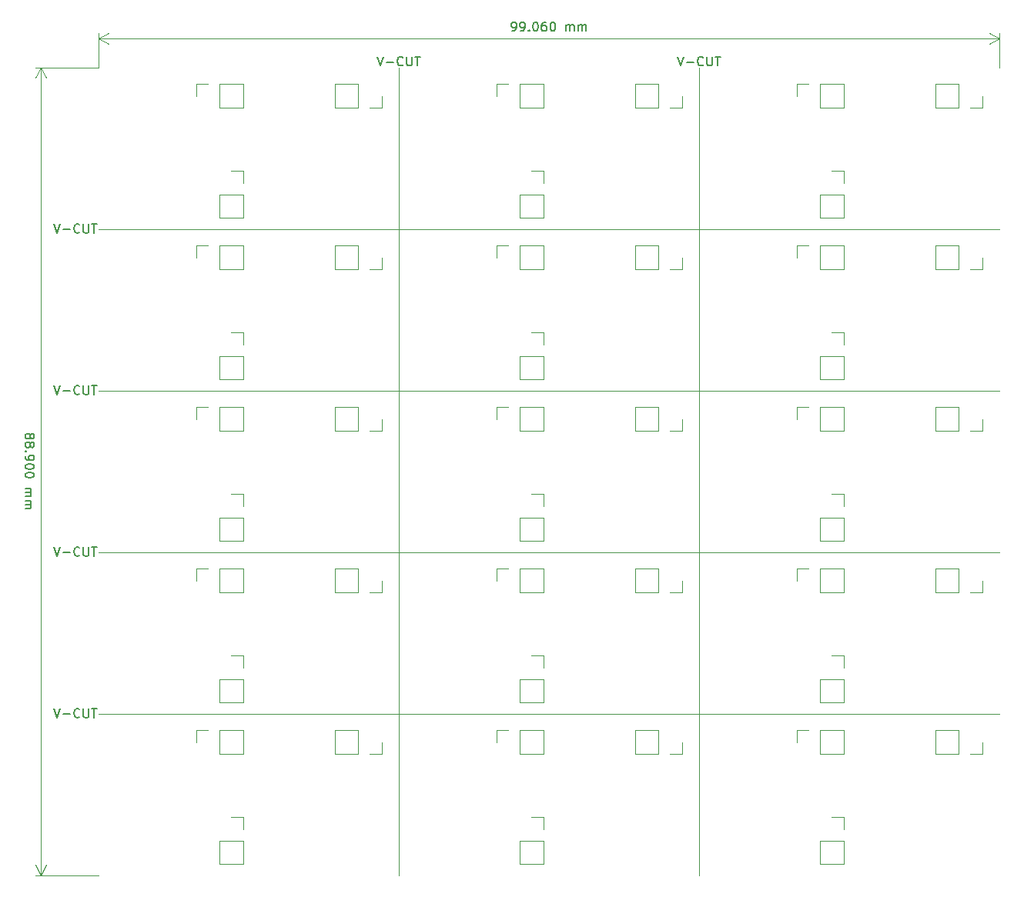
<source format=gbo>
G04 #@! TF.GenerationSoftware,KiCad,Pcbnew,(5.1.6)-1*
G04 #@! TF.CreationDate,2020-06-25T08:21:51+09:00*
G04 #@! TF.ProjectId,XOR___,584f5262-d851-42e6-9b69-6361645f7063,rev?*
G04 #@! TF.SameCoordinates,Original*
G04 #@! TF.FileFunction,Legend,Bot*
G04 #@! TF.FilePolarity,Positive*
%FSLAX46Y46*%
G04 Gerber Fmt 4.6, Leading zero omitted, Abs format (unit mm)*
G04 Created by KiCad (PCBNEW (5.1.6)-1) date 2020-06-25 08:21:51*
%MOMM*%
%LPD*%
G01*
G04 APERTURE LIST*
%ADD10C,0.150000*%
%ADD11C,0.120000*%
G04 APERTURE END LIST*
D10*
X35044048Y-74152619D02*
X35091667Y-74057380D01*
X35139286Y-74009761D01*
X35234524Y-73962142D01*
X35282143Y-73962142D01*
X35377381Y-74009761D01*
X35425001Y-74057380D01*
X35472620Y-74152619D01*
X35472620Y-74343095D01*
X35425001Y-74438333D01*
X35377381Y-74485952D01*
X35282143Y-74533571D01*
X35234524Y-74533571D01*
X35139286Y-74485952D01*
X35091667Y-74438333D01*
X35044048Y-74343095D01*
X35044048Y-74152619D01*
X34996429Y-74057380D01*
X34948810Y-74009761D01*
X34853572Y-73962142D01*
X34663096Y-73962142D01*
X34567858Y-74009761D01*
X34520239Y-74057380D01*
X34472620Y-74152619D01*
X34472620Y-74343095D01*
X34520239Y-74438333D01*
X34567858Y-74485952D01*
X34663096Y-74533571D01*
X34853572Y-74533571D01*
X34948810Y-74485952D01*
X34996429Y-74438333D01*
X35044048Y-74343095D01*
X35044048Y-75105000D02*
X35091667Y-75009761D01*
X35139286Y-74962142D01*
X35234524Y-74914523D01*
X35282143Y-74914523D01*
X35377381Y-74962142D01*
X35425001Y-75009761D01*
X35472620Y-75105000D01*
X35472620Y-75295476D01*
X35425001Y-75390714D01*
X35377381Y-75438333D01*
X35282143Y-75485952D01*
X35234524Y-75485952D01*
X35139286Y-75438333D01*
X35091667Y-75390714D01*
X35044048Y-75295476D01*
X35044048Y-75105000D01*
X34996429Y-75009761D01*
X34948810Y-74962142D01*
X34853572Y-74914523D01*
X34663096Y-74914523D01*
X34567858Y-74962142D01*
X34520239Y-75009761D01*
X34472620Y-75105000D01*
X34472620Y-75295476D01*
X34520239Y-75390714D01*
X34567858Y-75438333D01*
X34663096Y-75485952D01*
X34853572Y-75485952D01*
X34948810Y-75438333D01*
X34996429Y-75390714D01*
X35044048Y-75295476D01*
X34567858Y-75914523D02*
X34520239Y-75962142D01*
X34472620Y-75914523D01*
X34520239Y-75866904D01*
X34567858Y-75914523D01*
X34472620Y-75914523D01*
X34472620Y-76438333D02*
X34472620Y-76628809D01*
X34520239Y-76724047D01*
X34567858Y-76771666D01*
X34710715Y-76866904D01*
X34901191Y-76914523D01*
X35282143Y-76914523D01*
X35377381Y-76866904D01*
X35425001Y-76819285D01*
X35472620Y-76724047D01*
X35472620Y-76533571D01*
X35425001Y-76438333D01*
X35377381Y-76390714D01*
X35282143Y-76343095D01*
X35044048Y-76343095D01*
X34948810Y-76390714D01*
X34901191Y-76438333D01*
X34853572Y-76533571D01*
X34853572Y-76724047D01*
X34901191Y-76819285D01*
X34948810Y-76866904D01*
X35044048Y-76914523D01*
X35472620Y-77533571D02*
X35472620Y-77628809D01*
X35425001Y-77724047D01*
X35377381Y-77771666D01*
X35282143Y-77819285D01*
X35091667Y-77866904D01*
X34853572Y-77866904D01*
X34663096Y-77819285D01*
X34567858Y-77771666D01*
X34520239Y-77724047D01*
X34472620Y-77628809D01*
X34472620Y-77533571D01*
X34520239Y-77438333D01*
X34567858Y-77390714D01*
X34663096Y-77343095D01*
X34853572Y-77295476D01*
X35091667Y-77295476D01*
X35282143Y-77343095D01*
X35377381Y-77390714D01*
X35425001Y-77438333D01*
X35472620Y-77533571D01*
X35472620Y-78485952D02*
X35472620Y-78581190D01*
X35425001Y-78676428D01*
X35377381Y-78724047D01*
X35282143Y-78771666D01*
X35091667Y-78819285D01*
X34853572Y-78819285D01*
X34663096Y-78771666D01*
X34567858Y-78724047D01*
X34520239Y-78676428D01*
X34472620Y-78581190D01*
X34472620Y-78485952D01*
X34520239Y-78390714D01*
X34567858Y-78343095D01*
X34663096Y-78295476D01*
X34853572Y-78247857D01*
X35091667Y-78247857D01*
X35282143Y-78295476D01*
X35377381Y-78343095D01*
X35425001Y-78390714D01*
X35472620Y-78485952D01*
X34472620Y-80009761D02*
X35139286Y-80009761D01*
X35044048Y-80009761D02*
X35091667Y-80057380D01*
X35139286Y-80152619D01*
X35139286Y-80295476D01*
X35091667Y-80390714D01*
X34996429Y-80438333D01*
X34472620Y-80438333D01*
X34996429Y-80438333D02*
X35091667Y-80485952D01*
X35139286Y-80581190D01*
X35139286Y-80724047D01*
X35091667Y-80819285D01*
X34996429Y-80866904D01*
X34472620Y-80866904D01*
X34472620Y-81343095D02*
X35139286Y-81343095D01*
X35044048Y-81343095D02*
X35091667Y-81390714D01*
X35139286Y-81485952D01*
X35139286Y-81628809D01*
X35091667Y-81724047D01*
X34996429Y-81771666D01*
X34472620Y-81771666D01*
X34996429Y-81771666D02*
X35091667Y-81819285D01*
X35139286Y-81914523D01*
X35139286Y-82057380D01*
X35091667Y-82152619D01*
X34996429Y-82200238D01*
X34472620Y-82200238D01*
D11*
X36195001Y-33655000D02*
X36195001Y-122555000D01*
X42545000Y-33655000D02*
X35608580Y-33655000D01*
X42545000Y-122555000D02*
X35608580Y-122555000D01*
X36195001Y-122555000D02*
X35608580Y-121428496D01*
X36195001Y-122555000D02*
X36781422Y-121428496D01*
X36195001Y-33655000D02*
X35608580Y-34781504D01*
X36195001Y-33655000D02*
X36781422Y-34781504D01*
D10*
X88027380Y-29662380D02*
X88217857Y-29662380D01*
X88313095Y-29614761D01*
X88360714Y-29567142D01*
X88455952Y-29424285D01*
X88503571Y-29233809D01*
X88503571Y-28852857D01*
X88455952Y-28757619D01*
X88408333Y-28710000D01*
X88313095Y-28662380D01*
X88122619Y-28662380D01*
X88027380Y-28710000D01*
X87979761Y-28757619D01*
X87932142Y-28852857D01*
X87932142Y-29090952D01*
X87979761Y-29186190D01*
X88027380Y-29233809D01*
X88122619Y-29281428D01*
X88313095Y-29281428D01*
X88408333Y-29233809D01*
X88455952Y-29186190D01*
X88503571Y-29090952D01*
X88979761Y-29662380D02*
X89170238Y-29662380D01*
X89265476Y-29614761D01*
X89313095Y-29567142D01*
X89408333Y-29424285D01*
X89455952Y-29233809D01*
X89455952Y-28852857D01*
X89408333Y-28757619D01*
X89360714Y-28710000D01*
X89265476Y-28662380D01*
X89075000Y-28662380D01*
X88979761Y-28710000D01*
X88932142Y-28757619D01*
X88884523Y-28852857D01*
X88884523Y-29090952D01*
X88932142Y-29186190D01*
X88979761Y-29233809D01*
X89075000Y-29281428D01*
X89265476Y-29281428D01*
X89360714Y-29233809D01*
X89408333Y-29186190D01*
X89455952Y-29090952D01*
X89884523Y-29567142D02*
X89932142Y-29614761D01*
X89884523Y-29662380D01*
X89836904Y-29614761D01*
X89884523Y-29567142D01*
X89884523Y-29662380D01*
X90551190Y-28662380D02*
X90646428Y-28662380D01*
X90741666Y-28710000D01*
X90789285Y-28757619D01*
X90836904Y-28852857D01*
X90884523Y-29043333D01*
X90884523Y-29281428D01*
X90836904Y-29471904D01*
X90789285Y-29567142D01*
X90741666Y-29614761D01*
X90646428Y-29662380D01*
X90551190Y-29662380D01*
X90455952Y-29614761D01*
X90408333Y-29567142D01*
X90360714Y-29471904D01*
X90313095Y-29281428D01*
X90313095Y-29043333D01*
X90360714Y-28852857D01*
X90408333Y-28757619D01*
X90455952Y-28710000D01*
X90551190Y-28662380D01*
X91741666Y-28662380D02*
X91551190Y-28662380D01*
X91455952Y-28710000D01*
X91408333Y-28757619D01*
X91313095Y-28900476D01*
X91265476Y-29090952D01*
X91265476Y-29471904D01*
X91313095Y-29567142D01*
X91360714Y-29614761D01*
X91455952Y-29662380D01*
X91646428Y-29662380D01*
X91741666Y-29614761D01*
X91789285Y-29567142D01*
X91836904Y-29471904D01*
X91836904Y-29233809D01*
X91789285Y-29138571D01*
X91741666Y-29090952D01*
X91646428Y-29043333D01*
X91455952Y-29043333D01*
X91360714Y-29090952D01*
X91313095Y-29138571D01*
X91265476Y-29233809D01*
X92455952Y-28662380D02*
X92551190Y-28662380D01*
X92646428Y-28710000D01*
X92694047Y-28757619D01*
X92741666Y-28852857D01*
X92789285Y-29043333D01*
X92789285Y-29281428D01*
X92741666Y-29471904D01*
X92694047Y-29567142D01*
X92646428Y-29614761D01*
X92551190Y-29662380D01*
X92455952Y-29662380D01*
X92360714Y-29614761D01*
X92313095Y-29567142D01*
X92265476Y-29471904D01*
X92217857Y-29281428D01*
X92217857Y-29043333D01*
X92265476Y-28852857D01*
X92313095Y-28757619D01*
X92360714Y-28710000D01*
X92455952Y-28662380D01*
X93979761Y-29662380D02*
X93979761Y-28995714D01*
X93979761Y-29090952D02*
X94027380Y-29043333D01*
X94122619Y-28995714D01*
X94265476Y-28995714D01*
X94360714Y-29043333D01*
X94408333Y-29138571D01*
X94408333Y-29662380D01*
X94408333Y-29138571D02*
X94455952Y-29043333D01*
X94551190Y-28995714D01*
X94694047Y-28995714D01*
X94789285Y-29043333D01*
X94836904Y-29138571D01*
X94836904Y-29662380D01*
X95313095Y-29662380D02*
X95313095Y-28995714D01*
X95313095Y-29090952D02*
X95360714Y-29043333D01*
X95455952Y-28995714D01*
X95598809Y-28995714D01*
X95694047Y-29043333D01*
X95741666Y-29138571D01*
X95741666Y-29662380D01*
X95741666Y-29138571D02*
X95789285Y-29043333D01*
X95884523Y-28995714D01*
X96027380Y-28995714D01*
X96122619Y-29043333D01*
X96170238Y-29138571D01*
X96170238Y-29662380D01*
D11*
X42545000Y-30480000D02*
X141605000Y-30480000D01*
X42545000Y-33655000D02*
X42545000Y-29893579D01*
X141605000Y-33655000D02*
X141605000Y-29893579D01*
X141605000Y-30480000D02*
X140478496Y-31066421D01*
X141605000Y-30480000D02*
X140478496Y-29893579D01*
X42545000Y-30480000D02*
X43671504Y-31066421D01*
X42545000Y-30480000D02*
X43671504Y-29893579D01*
D10*
X37647857Y-104227380D02*
X37981190Y-105227380D01*
X38314523Y-104227380D01*
X38647857Y-104846428D02*
X39409761Y-104846428D01*
X40457380Y-105132142D02*
X40409761Y-105179761D01*
X40266904Y-105227380D01*
X40171666Y-105227380D01*
X40028809Y-105179761D01*
X39933571Y-105084523D01*
X39885952Y-104989285D01*
X39838333Y-104798809D01*
X39838333Y-104655952D01*
X39885952Y-104465476D01*
X39933571Y-104370238D01*
X40028809Y-104275000D01*
X40171666Y-104227380D01*
X40266904Y-104227380D01*
X40409761Y-104275000D01*
X40457380Y-104322619D01*
X40885952Y-104227380D02*
X40885952Y-105036904D01*
X40933571Y-105132142D01*
X40981190Y-105179761D01*
X41076428Y-105227380D01*
X41266904Y-105227380D01*
X41362142Y-105179761D01*
X41409761Y-105132142D01*
X41457380Y-105036904D01*
X41457380Y-104227380D01*
X41790714Y-104227380D02*
X42362142Y-104227380D01*
X42076428Y-105227380D02*
X42076428Y-104227380D01*
X37647857Y-86447380D02*
X37981190Y-87447380D01*
X38314523Y-86447380D01*
X38647857Y-87066428D02*
X39409761Y-87066428D01*
X40457380Y-87352142D02*
X40409761Y-87399761D01*
X40266904Y-87447380D01*
X40171666Y-87447380D01*
X40028809Y-87399761D01*
X39933571Y-87304523D01*
X39885952Y-87209285D01*
X39838333Y-87018809D01*
X39838333Y-86875952D01*
X39885952Y-86685476D01*
X39933571Y-86590238D01*
X40028809Y-86495000D01*
X40171666Y-86447380D01*
X40266904Y-86447380D01*
X40409761Y-86495000D01*
X40457380Y-86542619D01*
X40885952Y-86447380D02*
X40885952Y-87256904D01*
X40933571Y-87352142D01*
X40981190Y-87399761D01*
X41076428Y-87447380D01*
X41266904Y-87447380D01*
X41362142Y-87399761D01*
X41409761Y-87352142D01*
X41457380Y-87256904D01*
X41457380Y-86447380D01*
X41790714Y-86447380D02*
X42362142Y-86447380D01*
X42076428Y-87447380D02*
X42076428Y-86447380D01*
X37647857Y-68667380D02*
X37981190Y-69667380D01*
X38314523Y-68667380D01*
X38647857Y-69286428D02*
X39409761Y-69286428D01*
X40457380Y-69572142D02*
X40409761Y-69619761D01*
X40266904Y-69667380D01*
X40171666Y-69667380D01*
X40028809Y-69619761D01*
X39933571Y-69524523D01*
X39885952Y-69429285D01*
X39838333Y-69238809D01*
X39838333Y-69095952D01*
X39885952Y-68905476D01*
X39933571Y-68810238D01*
X40028809Y-68715000D01*
X40171666Y-68667380D01*
X40266904Y-68667380D01*
X40409761Y-68715000D01*
X40457380Y-68762619D01*
X40885952Y-68667380D02*
X40885952Y-69476904D01*
X40933571Y-69572142D01*
X40981190Y-69619761D01*
X41076428Y-69667380D01*
X41266904Y-69667380D01*
X41362142Y-69619761D01*
X41409761Y-69572142D01*
X41457380Y-69476904D01*
X41457380Y-68667380D01*
X41790714Y-68667380D02*
X42362142Y-68667380D01*
X42076428Y-69667380D02*
X42076428Y-68667380D01*
X37647857Y-50887380D02*
X37981190Y-51887380D01*
X38314523Y-50887380D01*
X38647857Y-51506428D02*
X39409761Y-51506428D01*
X40457380Y-51792142D02*
X40409761Y-51839761D01*
X40266904Y-51887380D01*
X40171666Y-51887380D01*
X40028809Y-51839761D01*
X39933571Y-51744523D01*
X39885952Y-51649285D01*
X39838333Y-51458809D01*
X39838333Y-51315952D01*
X39885952Y-51125476D01*
X39933571Y-51030238D01*
X40028809Y-50935000D01*
X40171666Y-50887380D01*
X40266904Y-50887380D01*
X40409761Y-50935000D01*
X40457380Y-50982619D01*
X40885952Y-50887380D02*
X40885952Y-51696904D01*
X40933571Y-51792142D01*
X40981190Y-51839761D01*
X41076428Y-51887380D01*
X41266904Y-51887380D01*
X41362142Y-51839761D01*
X41409761Y-51792142D01*
X41457380Y-51696904D01*
X41457380Y-50887380D01*
X41790714Y-50887380D02*
X42362142Y-50887380D01*
X42076428Y-51887380D02*
X42076428Y-50887380D01*
X106227857Y-32472380D02*
X106561190Y-33472380D01*
X106894523Y-32472380D01*
X107227857Y-33091428D02*
X107989761Y-33091428D01*
X109037380Y-33377142D02*
X108989761Y-33424761D01*
X108846904Y-33472380D01*
X108751666Y-33472380D01*
X108608809Y-33424761D01*
X108513571Y-33329523D01*
X108465952Y-33234285D01*
X108418333Y-33043809D01*
X108418333Y-32900952D01*
X108465952Y-32710476D01*
X108513571Y-32615238D01*
X108608809Y-32520000D01*
X108751666Y-32472380D01*
X108846904Y-32472380D01*
X108989761Y-32520000D01*
X109037380Y-32567619D01*
X109465952Y-32472380D02*
X109465952Y-33281904D01*
X109513571Y-33377142D01*
X109561190Y-33424761D01*
X109656428Y-33472380D01*
X109846904Y-33472380D01*
X109942142Y-33424761D01*
X109989761Y-33377142D01*
X110037380Y-33281904D01*
X110037380Y-32472380D01*
X110370714Y-32472380D02*
X110942142Y-32472380D01*
X110656428Y-33472380D02*
X110656428Y-32472380D01*
X73207857Y-32472380D02*
X73541190Y-33472380D01*
X73874523Y-32472380D01*
X74207857Y-33091428D02*
X74969761Y-33091428D01*
X76017380Y-33377142D02*
X75969761Y-33424761D01*
X75826904Y-33472380D01*
X75731666Y-33472380D01*
X75588809Y-33424761D01*
X75493571Y-33329523D01*
X75445952Y-33234285D01*
X75398333Y-33043809D01*
X75398333Y-32900952D01*
X75445952Y-32710476D01*
X75493571Y-32615238D01*
X75588809Y-32520000D01*
X75731666Y-32472380D01*
X75826904Y-32472380D01*
X75969761Y-32520000D01*
X76017380Y-32567619D01*
X76445952Y-32472380D02*
X76445952Y-33281904D01*
X76493571Y-33377142D01*
X76541190Y-33424761D01*
X76636428Y-33472380D01*
X76826904Y-33472380D01*
X76922142Y-33424761D01*
X76969761Y-33377142D01*
X77017380Y-33281904D01*
X77017380Y-32472380D01*
X77350714Y-32472380D02*
X77922142Y-32472380D01*
X77636428Y-33472380D02*
X77636428Y-32472380D01*
D11*
X42545000Y-104775000D02*
X141605000Y-104775000D01*
X42545000Y-86995000D02*
X141605000Y-86995000D01*
X42545000Y-69215000D02*
X141605000Y-69215000D01*
X42545000Y-51435000D02*
X141605000Y-51435000D01*
X108585000Y-122555000D02*
X108585000Y-33655000D01*
X75565000Y-33655000D02*
X75565000Y-122555000D01*
X139760000Y-109245000D02*
X139760000Y-107915000D01*
X138430000Y-109245000D02*
X139760000Y-109245000D01*
X137160000Y-109245000D02*
X137160000Y-106585000D01*
X137160000Y-106585000D02*
X134560000Y-106585000D01*
X137160000Y-109245000D02*
X134560000Y-109245000D01*
X134560000Y-109245000D02*
X134560000Y-106585000D01*
X106740000Y-109245000D02*
X106740000Y-107915000D01*
X105410000Y-109245000D02*
X106740000Y-109245000D01*
X104140000Y-109245000D02*
X104140000Y-106585000D01*
X104140000Y-106585000D02*
X101540000Y-106585000D01*
X104140000Y-109245000D02*
X101540000Y-109245000D01*
X101540000Y-109245000D02*
X101540000Y-106585000D01*
X73720000Y-109245000D02*
X73720000Y-107915000D01*
X72390000Y-109245000D02*
X73720000Y-109245000D01*
X71120000Y-109245000D02*
X71120000Y-106585000D01*
X71120000Y-106585000D02*
X68520000Y-106585000D01*
X71120000Y-109245000D02*
X68520000Y-109245000D01*
X68520000Y-109245000D02*
X68520000Y-106585000D01*
X139760000Y-91465000D02*
X139760000Y-90135000D01*
X138430000Y-91465000D02*
X139760000Y-91465000D01*
X137160000Y-91465000D02*
X137160000Y-88805000D01*
X137160000Y-88805000D02*
X134560000Y-88805000D01*
X137160000Y-91465000D02*
X134560000Y-91465000D01*
X134560000Y-91465000D02*
X134560000Y-88805000D01*
X106740000Y-91465000D02*
X106740000Y-90135000D01*
X105410000Y-91465000D02*
X106740000Y-91465000D01*
X104140000Y-91465000D02*
X104140000Y-88805000D01*
X104140000Y-88805000D02*
X101540000Y-88805000D01*
X104140000Y-91465000D02*
X101540000Y-91465000D01*
X101540000Y-91465000D02*
X101540000Y-88805000D01*
X73720000Y-91465000D02*
X73720000Y-90135000D01*
X72390000Y-91465000D02*
X73720000Y-91465000D01*
X71120000Y-91465000D02*
X71120000Y-88805000D01*
X71120000Y-88805000D02*
X68520000Y-88805000D01*
X71120000Y-91465000D02*
X68520000Y-91465000D01*
X68520000Y-91465000D02*
X68520000Y-88805000D01*
X139760000Y-73685000D02*
X139760000Y-72355000D01*
X138430000Y-73685000D02*
X139760000Y-73685000D01*
X137160000Y-73685000D02*
X137160000Y-71025000D01*
X137160000Y-71025000D02*
X134560000Y-71025000D01*
X137160000Y-73685000D02*
X134560000Y-73685000D01*
X134560000Y-73685000D02*
X134560000Y-71025000D01*
X106740000Y-73685000D02*
X106740000Y-72355000D01*
X105410000Y-73685000D02*
X106740000Y-73685000D01*
X104140000Y-73685000D02*
X104140000Y-71025000D01*
X104140000Y-71025000D02*
X101540000Y-71025000D01*
X104140000Y-73685000D02*
X101540000Y-73685000D01*
X101540000Y-73685000D02*
X101540000Y-71025000D01*
X73720000Y-73685000D02*
X73720000Y-72355000D01*
X72390000Y-73685000D02*
X73720000Y-73685000D01*
X71120000Y-73685000D02*
X71120000Y-71025000D01*
X71120000Y-71025000D02*
X68520000Y-71025000D01*
X71120000Y-73685000D02*
X68520000Y-73685000D01*
X68520000Y-73685000D02*
X68520000Y-71025000D01*
X139760000Y-55905000D02*
X139760000Y-54575000D01*
X138430000Y-55905000D02*
X139760000Y-55905000D01*
X137160000Y-55905000D02*
X137160000Y-53245000D01*
X137160000Y-53245000D02*
X134560000Y-53245000D01*
X137160000Y-55905000D02*
X134560000Y-55905000D01*
X134560000Y-55905000D02*
X134560000Y-53245000D01*
X106740000Y-55905000D02*
X106740000Y-54575000D01*
X105410000Y-55905000D02*
X106740000Y-55905000D01*
X104140000Y-55905000D02*
X104140000Y-53245000D01*
X104140000Y-53245000D02*
X101540000Y-53245000D01*
X104140000Y-55905000D02*
X101540000Y-55905000D01*
X101540000Y-55905000D02*
X101540000Y-53245000D01*
X73720000Y-55905000D02*
X73720000Y-54575000D01*
X72390000Y-55905000D02*
X73720000Y-55905000D01*
X71120000Y-55905000D02*
X71120000Y-53245000D01*
X71120000Y-53245000D02*
X68520000Y-53245000D01*
X71120000Y-55905000D02*
X68520000Y-55905000D01*
X68520000Y-55905000D02*
X68520000Y-53245000D01*
X139760000Y-38125000D02*
X139760000Y-36795000D01*
X138430000Y-38125000D02*
X139760000Y-38125000D01*
X137160000Y-38125000D02*
X137160000Y-35465000D01*
X137160000Y-35465000D02*
X134560000Y-35465000D01*
X137160000Y-38125000D02*
X134560000Y-38125000D01*
X134560000Y-38125000D02*
X134560000Y-35465000D01*
X106740000Y-38125000D02*
X106740000Y-36795000D01*
X105410000Y-38125000D02*
X106740000Y-38125000D01*
X104140000Y-38125000D02*
X104140000Y-35465000D01*
X104140000Y-35465000D02*
X101540000Y-35465000D01*
X104140000Y-38125000D02*
X101540000Y-38125000D01*
X101540000Y-38125000D02*
X101540000Y-35465000D01*
X124520000Y-121345000D02*
X121860000Y-121345000D01*
X124520000Y-118745000D02*
X124520000Y-121345000D01*
X121860000Y-118745000D02*
X121860000Y-121345000D01*
X124520000Y-118745000D02*
X121860000Y-118745000D01*
X124520000Y-117475000D02*
X124520000Y-116145000D01*
X124520000Y-116145000D02*
X123190000Y-116145000D01*
X91500000Y-121345000D02*
X88840000Y-121345000D01*
X91500000Y-118745000D02*
X91500000Y-121345000D01*
X88840000Y-118745000D02*
X88840000Y-121345000D01*
X91500000Y-118745000D02*
X88840000Y-118745000D01*
X91500000Y-117475000D02*
X91500000Y-116145000D01*
X91500000Y-116145000D02*
X90170000Y-116145000D01*
X58480000Y-121345000D02*
X55820000Y-121345000D01*
X58480000Y-118745000D02*
X58480000Y-121345000D01*
X55820000Y-118745000D02*
X55820000Y-121345000D01*
X58480000Y-118745000D02*
X55820000Y-118745000D01*
X58480000Y-117475000D02*
X58480000Y-116145000D01*
X58480000Y-116145000D02*
X57150000Y-116145000D01*
X124520000Y-103565000D02*
X121860000Y-103565000D01*
X124520000Y-100965000D02*
X124520000Y-103565000D01*
X121860000Y-100965000D02*
X121860000Y-103565000D01*
X124520000Y-100965000D02*
X121860000Y-100965000D01*
X124520000Y-99695000D02*
X124520000Y-98365000D01*
X124520000Y-98365000D02*
X123190000Y-98365000D01*
X91500000Y-103565000D02*
X88840000Y-103565000D01*
X91500000Y-100965000D02*
X91500000Y-103565000D01*
X88840000Y-100965000D02*
X88840000Y-103565000D01*
X91500000Y-100965000D02*
X88840000Y-100965000D01*
X91500000Y-99695000D02*
X91500000Y-98365000D01*
X91500000Y-98365000D02*
X90170000Y-98365000D01*
X58480000Y-103565000D02*
X55820000Y-103565000D01*
X58480000Y-100965000D02*
X58480000Y-103565000D01*
X55820000Y-100965000D02*
X55820000Y-103565000D01*
X58480000Y-100965000D02*
X55820000Y-100965000D01*
X58480000Y-99695000D02*
X58480000Y-98365000D01*
X58480000Y-98365000D02*
X57150000Y-98365000D01*
X124520000Y-85785000D02*
X121860000Y-85785000D01*
X124520000Y-83185000D02*
X124520000Y-85785000D01*
X121860000Y-83185000D02*
X121860000Y-85785000D01*
X124520000Y-83185000D02*
X121860000Y-83185000D01*
X124520000Y-81915000D02*
X124520000Y-80585000D01*
X124520000Y-80585000D02*
X123190000Y-80585000D01*
X91500000Y-85785000D02*
X88840000Y-85785000D01*
X91500000Y-83185000D02*
X91500000Y-85785000D01*
X88840000Y-83185000D02*
X88840000Y-85785000D01*
X91500000Y-83185000D02*
X88840000Y-83185000D01*
X91500000Y-81915000D02*
X91500000Y-80585000D01*
X91500000Y-80585000D02*
X90170000Y-80585000D01*
X58480000Y-85785000D02*
X55820000Y-85785000D01*
X58480000Y-83185000D02*
X58480000Y-85785000D01*
X55820000Y-83185000D02*
X55820000Y-85785000D01*
X58480000Y-83185000D02*
X55820000Y-83185000D01*
X58480000Y-81915000D02*
X58480000Y-80585000D01*
X58480000Y-80585000D02*
X57150000Y-80585000D01*
X124520000Y-68005000D02*
X121860000Y-68005000D01*
X124520000Y-65405000D02*
X124520000Y-68005000D01*
X121860000Y-65405000D02*
X121860000Y-68005000D01*
X124520000Y-65405000D02*
X121860000Y-65405000D01*
X124520000Y-64135000D02*
X124520000Y-62805000D01*
X124520000Y-62805000D02*
X123190000Y-62805000D01*
X91500000Y-68005000D02*
X88840000Y-68005000D01*
X91500000Y-65405000D02*
X91500000Y-68005000D01*
X88840000Y-65405000D02*
X88840000Y-68005000D01*
X91500000Y-65405000D02*
X88840000Y-65405000D01*
X91500000Y-64135000D02*
X91500000Y-62805000D01*
X91500000Y-62805000D02*
X90170000Y-62805000D01*
X58480000Y-68005000D02*
X55820000Y-68005000D01*
X58480000Y-65405000D02*
X58480000Y-68005000D01*
X55820000Y-65405000D02*
X55820000Y-68005000D01*
X58480000Y-65405000D02*
X55820000Y-65405000D01*
X58480000Y-64135000D02*
X58480000Y-62805000D01*
X58480000Y-62805000D02*
X57150000Y-62805000D01*
X124520000Y-50225000D02*
X121860000Y-50225000D01*
X124520000Y-47625000D02*
X124520000Y-50225000D01*
X121860000Y-47625000D02*
X121860000Y-50225000D01*
X124520000Y-47625000D02*
X121860000Y-47625000D01*
X124520000Y-46355000D02*
X124520000Y-45025000D01*
X124520000Y-45025000D02*
X123190000Y-45025000D01*
X91500000Y-50225000D02*
X88840000Y-50225000D01*
X91500000Y-47625000D02*
X91500000Y-50225000D01*
X88840000Y-47625000D02*
X88840000Y-50225000D01*
X91500000Y-47625000D02*
X88840000Y-47625000D01*
X91500000Y-46355000D02*
X91500000Y-45025000D01*
X91500000Y-45025000D02*
X90170000Y-45025000D01*
X124520000Y-106585000D02*
X124520000Y-109245000D01*
X121920000Y-106585000D02*
X124520000Y-106585000D01*
X121920000Y-109245000D02*
X124520000Y-109245000D01*
X121920000Y-106585000D02*
X121920000Y-109245000D01*
X120650000Y-106585000D02*
X119320000Y-106585000D01*
X119320000Y-106585000D02*
X119320000Y-107915000D01*
X91500000Y-106585000D02*
X91500000Y-109245000D01*
X88900000Y-106585000D02*
X91500000Y-106585000D01*
X88900000Y-109245000D02*
X91500000Y-109245000D01*
X88900000Y-106585000D02*
X88900000Y-109245000D01*
X87630000Y-106585000D02*
X86300000Y-106585000D01*
X86300000Y-106585000D02*
X86300000Y-107915000D01*
X58480000Y-106585000D02*
X58480000Y-109245000D01*
X55880000Y-106585000D02*
X58480000Y-106585000D01*
X55880000Y-109245000D02*
X58480000Y-109245000D01*
X55880000Y-106585000D02*
X55880000Y-109245000D01*
X54610000Y-106585000D02*
X53280000Y-106585000D01*
X53280000Y-106585000D02*
X53280000Y-107915000D01*
X124520000Y-88805000D02*
X124520000Y-91465000D01*
X121920000Y-88805000D02*
X124520000Y-88805000D01*
X121920000Y-91465000D02*
X124520000Y-91465000D01*
X121920000Y-88805000D02*
X121920000Y-91465000D01*
X120650000Y-88805000D02*
X119320000Y-88805000D01*
X119320000Y-88805000D02*
X119320000Y-90135000D01*
X91500000Y-88805000D02*
X91500000Y-91465000D01*
X88900000Y-88805000D02*
X91500000Y-88805000D01*
X88900000Y-91465000D02*
X91500000Y-91465000D01*
X88900000Y-88805000D02*
X88900000Y-91465000D01*
X87630000Y-88805000D02*
X86300000Y-88805000D01*
X86300000Y-88805000D02*
X86300000Y-90135000D01*
X58480000Y-88805000D02*
X58480000Y-91465000D01*
X55880000Y-88805000D02*
X58480000Y-88805000D01*
X55880000Y-91465000D02*
X58480000Y-91465000D01*
X55880000Y-88805000D02*
X55880000Y-91465000D01*
X54610000Y-88805000D02*
X53280000Y-88805000D01*
X53280000Y-88805000D02*
X53280000Y-90135000D01*
X124520000Y-71025000D02*
X124520000Y-73685000D01*
X121920000Y-71025000D02*
X124520000Y-71025000D01*
X121920000Y-73685000D02*
X124520000Y-73685000D01*
X121920000Y-71025000D02*
X121920000Y-73685000D01*
X120650000Y-71025000D02*
X119320000Y-71025000D01*
X119320000Y-71025000D02*
X119320000Y-72355000D01*
X91500000Y-71025000D02*
X91500000Y-73685000D01*
X88900000Y-71025000D02*
X91500000Y-71025000D01*
X88900000Y-73685000D02*
X91500000Y-73685000D01*
X88900000Y-71025000D02*
X88900000Y-73685000D01*
X87630000Y-71025000D02*
X86300000Y-71025000D01*
X86300000Y-71025000D02*
X86300000Y-72355000D01*
X58480000Y-71025000D02*
X58480000Y-73685000D01*
X55880000Y-71025000D02*
X58480000Y-71025000D01*
X55880000Y-73685000D02*
X58480000Y-73685000D01*
X55880000Y-71025000D02*
X55880000Y-73685000D01*
X54610000Y-71025000D02*
X53280000Y-71025000D01*
X53280000Y-71025000D02*
X53280000Y-72355000D01*
X124520000Y-53245000D02*
X124520000Y-55905000D01*
X121920000Y-53245000D02*
X124520000Y-53245000D01*
X121920000Y-55905000D02*
X124520000Y-55905000D01*
X121920000Y-53245000D02*
X121920000Y-55905000D01*
X120650000Y-53245000D02*
X119320000Y-53245000D01*
X119320000Y-53245000D02*
X119320000Y-54575000D01*
X91500000Y-53245000D02*
X91500000Y-55905000D01*
X88900000Y-53245000D02*
X91500000Y-53245000D01*
X88900000Y-55905000D02*
X91500000Y-55905000D01*
X88900000Y-53245000D02*
X88900000Y-55905000D01*
X87630000Y-53245000D02*
X86300000Y-53245000D01*
X86300000Y-53245000D02*
X86300000Y-54575000D01*
X58480000Y-53245000D02*
X58480000Y-55905000D01*
X55880000Y-53245000D02*
X58480000Y-53245000D01*
X55880000Y-55905000D02*
X58480000Y-55905000D01*
X55880000Y-53245000D02*
X55880000Y-55905000D01*
X54610000Y-53245000D02*
X53280000Y-53245000D01*
X53280000Y-53245000D02*
X53280000Y-54575000D01*
X124520000Y-35465000D02*
X124520000Y-38125000D01*
X121920000Y-35465000D02*
X124520000Y-35465000D01*
X121920000Y-38125000D02*
X124520000Y-38125000D01*
X121920000Y-35465000D02*
X121920000Y-38125000D01*
X120650000Y-35465000D02*
X119320000Y-35465000D01*
X119320000Y-35465000D02*
X119320000Y-36795000D01*
X91500000Y-35465000D02*
X91500000Y-38125000D01*
X88900000Y-35465000D02*
X91500000Y-35465000D01*
X88900000Y-38125000D02*
X91500000Y-38125000D01*
X88900000Y-35465000D02*
X88900000Y-38125000D01*
X87630000Y-35465000D02*
X86300000Y-35465000D01*
X86300000Y-35465000D02*
X86300000Y-36795000D01*
X53280000Y-35465000D02*
X53280000Y-36795000D01*
X54610000Y-35465000D02*
X53280000Y-35465000D01*
X55880000Y-35465000D02*
X55880000Y-38125000D01*
X55880000Y-38125000D02*
X58480000Y-38125000D01*
X55880000Y-35465000D02*
X58480000Y-35465000D01*
X58480000Y-35465000D02*
X58480000Y-38125000D01*
X58480000Y-45025000D02*
X57150000Y-45025000D01*
X58480000Y-46355000D02*
X58480000Y-45025000D01*
X58480000Y-47625000D02*
X55820000Y-47625000D01*
X55820000Y-47625000D02*
X55820000Y-50225000D01*
X58480000Y-47625000D02*
X58480000Y-50225000D01*
X58480000Y-50225000D02*
X55820000Y-50225000D01*
X68520000Y-38125000D02*
X68520000Y-35465000D01*
X71120000Y-38125000D02*
X68520000Y-38125000D01*
X71120000Y-35465000D02*
X68520000Y-35465000D01*
X71120000Y-38125000D02*
X71120000Y-35465000D01*
X72390000Y-38125000D02*
X73720000Y-38125000D01*
X73720000Y-38125000D02*
X73720000Y-36795000D01*
M02*

</source>
